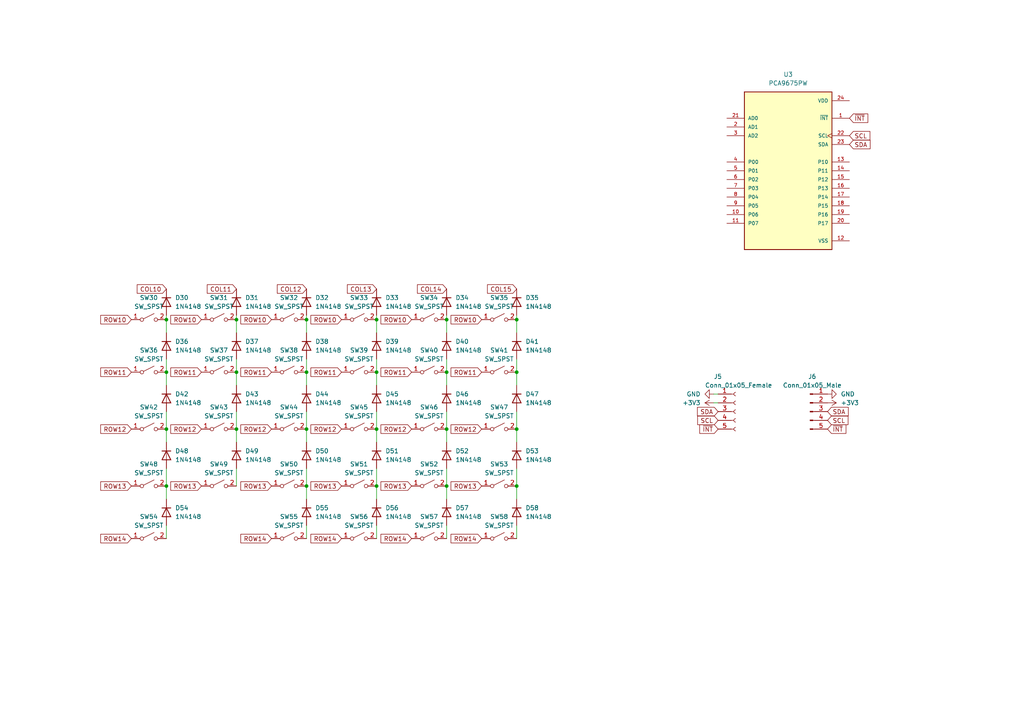
<source format=kicad_sch>
(kicad_sch (version 20211123) (generator eeschema)
  (paper "A4")
  (title_block (title "Denali - Right Keyboard") (date "2022-06-15") (rev "0.1") (company "OSHMount Tech"))
  (lib_symbols
    (symbol "Connector:Conn_01x05_Female" (pin_names (offset 1.016) hide)
      (property "Reference" "J" (at 0 7.62 0))
      (property "Value" "Conn_01x05_Female" (at 0 -7.62 0))
      (symbol "Conn_01x05_Female_1_1"
        (arc (start 0 -4.572) (mid -0.508 -5.08) (end 0 -5.588) (stroke (width 0.1524)))
        (arc (start 0 -2.032) (mid -0.508 -2.54) (end 0 -3.048) (stroke (width 0.1524)))
        (polyline (pts (xy -1.27 -5.08) (xy -0.508 -5.08)) (stroke (width 0.1524)))
        (polyline (pts (xy -1.27 -2.54) (xy -0.508 -2.54)) (stroke (width 0.1524)))
        (polyline (pts (xy -1.27 0) (xy -0.508 0)) (stroke (width 0.1524)))
        (polyline (pts (xy -1.27 2.54) (xy -0.508 2.54)) (stroke (width 0.1524)))
        (polyline (pts (xy -1.27 5.08) (xy -0.508 5.08)) (stroke (width 0.1524)))
        (arc (start 0 0.508) (mid -0.508 0) (end 0 -0.508) (stroke (width 0.1524)))
        (arc (start 0 3.048) (mid -0.508 2.54) (end 0 2.032) (stroke (width 0.1524)))
        (arc (start 0 5.588) (mid -0.508 5.08) (end 0 4.572) (stroke (width 0.1524)))
        (pin passive line (at -5.08 5.08 0) (length 3.81) (name "Pin_1") (number "1"))
        (pin passive line (at -5.08 2.54 0) (length 3.81) (name "Pin_2") (number "2"))
        (pin passive line (at -5.08 0 0) (length 3.81) (name "Pin_3") (number "3"))
        (pin passive line (at -5.08 -2.54 0) (length 3.81) (name "Pin_4") (number "4"))
        (pin passive line (at -5.08 -5.08 0) (length 3.81) (name "Pin_5") (number "5"))
      )
    )
    (symbol "Connector:Conn_01x05_Male" (pin_names (offset 1.016) hide)
      (property "Reference" "J" (at 0 7.62 0))
      (property "Value" "Conn_01x05_Male" (at 0 -7.62 0))
      (symbol "Conn_01x05_Male_1_1"
        (polyline (pts (xy 1.27 -5.08) (xy 0.8636 -5.08)) (stroke (width 0.1524)))
        (polyline (pts (xy 1.27 -2.54) (xy 0.8636 -2.54)) (stroke (width 0.1524)))
        (polyline (pts (xy 1.27 0) (xy 0.8636 0)) (stroke (width 0.1524)))
        (polyline (pts (xy 1.27 2.54) (xy 0.8636 2.54)) (stroke (width 0.1524)))
        (polyline (pts (xy 1.27 5.08) (xy 0.8636 5.08)) (stroke (width 0.1524)))
        (rectangle (start 0.8636 -4.953) (end 0 -5.207) (stroke (width 0.1524)) (fill (type outline)))
        (rectangle (start 0.8636 -2.413) (end 0 -2.667) (stroke (width 0.1524)) (fill (type outline)))
        (rectangle (start 0.8636 0.127) (end 0 -0.127) (stroke (width 0.1524)) (fill (type outline)))
        (rectangle (start 0.8636 2.667) (end 0 2.413) (stroke (width 0.1524)) (fill (type outline)))
        (rectangle (start 0.8636 5.207) (end 0 4.953) (stroke (width 0.1524)) (fill (type outline)))
        (pin passive line (at 5.08 5.08 180) (length 3.81) (name "Pin_1") (number "1"))
        (pin passive line (at 5.08 2.54 180) (length 3.81) (name "Pin_2") (number "2"))
        (pin passive line (at 5.08 0 180) (length 3.81) (name "Pin_3") (number "3"))
        (pin passive line (at 5.08 -2.54 180) (length 3.81) (name "Pin_4") (number "4"))
        (pin passive line (at 5.08 -5.08 180) (length 3.81) (name "Pin_5") (number "5"))
      )
    )
    (symbol "Diode:1N4148W" (pin_numbers hide) (pin_names (offset 1.016) hide)
      (property "Reference" "D" (at 0 2.54 0))
      (property "Value" "1N4148W" (at 0 -2.54 0))
      (symbol "1N4148W_0_1"
        (polyline (pts (xy -1.27 1.27) (xy -1.27 -1.27)) (stroke (width 0.254)))
        (polyline (pts (xy 1.27 0) (xy -1.27 0)))
        (polyline (pts (xy 1.27 1.27) (xy 1.27 -1.27) (xy -1.27 0) (xy 1.27 1.27)) (stroke (width 0.254)))
      )
      (symbol "1N4148W_1_1"
        (pin passive line (at -3.81 0 0) (length 2.54) (name "K") (number "1"))
        (pin passive line (at 3.81 0 180) (length 2.54) (name "A") (number "2"))
      )
    )
    (symbol "Kailh:SW_SPST" (pin_names (offset 0) hide)
      (property "Reference" "SW" (at 0 3.175 0))
      (property "Value" "SW_SPST" (at 0 -2.54 0))
      (symbol "SW_SPST_0_0"
        (circle (center -2.032 0) (radius 0.508))
        (polyline (pts (xy -1.524 0.254) (xy 1.524 1.778)))
        (circle (center 2.032 0) (radius 0.508))
      )
      (symbol "SW_SPST_1_1"
        (pin passive line (at -5.08 0 0) (length 2.54) (name "A") (number "1"))
        (pin passive line (at 5.08 0 180) (length 2.54) (name "B") (number "2"))
      )
    )
    (symbol "PCA9675PW_118:PCA9675PW" (pin_names (offset 1.016))
      (property "Reference" "U" (at -12.7 23.622 0))
      (property "Value" "PCA9675PW" (at -12.7 -25.4 0))
      (symbol "PCA9675PW_0_0"
        (rectangle (start -12.7 -22.86) (end 12.7 22.86) (stroke (width 0.254)) (fill (type background)))
        (pin output line (at 17.78 15.24 180) (length 5.08) (name "~{INT}") (number "1"))
        (pin bidirectional line (at -17.78 -12.7 0) (length 5.08) (name "P06") (number "10"))
        (pin bidirectional line (at -17.78 -15.24 0) (length 5.08) (name "P07") (number "11"))
        (pin power_in line (at 17.78 -20.32 180) (length 5.08) (name "VSS") (number "12"))
        (pin bidirectional line (at 17.78 2.54 180) (length 5.08) (name "P10") (number "13"))
        (pin bidirectional line (at 17.78 0 180) (length 5.08) (name "P11") (number "14"))
        (pin bidirectional line (at 17.78 -2.54 180) (length 5.08) (name "P12") (number "15"))
        (pin bidirectional line (at 17.78 -5.08 180) (length 5.08) (name "P13") (number "16"))
        (pin bidirectional line (at 17.78 -7.62 180) (length 5.08) (name "P14") (number "17"))
        (pin bidirectional line (at 17.78 -10.16 180) (length 5.08) (name "P15") (number "18"))
        (pin bidirectional line (at 17.78 -12.7 180) (length 5.08) (name "P16") (number "19"))
        (pin input line (at -17.78 12.7 0) (length 5.08) (name "AD1") (number "2"))
        (pin bidirectional line (at 17.78 -15.24 180) (length 5.08) (name "P17") (number "20"))
        (pin input line (at -17.78 15.24 0) (length 5.08) (name "AD0") (number "21"))
        (pin input clock (at 17.78 10.16 180) (length 5.08) (name "SCL") (number "22"))
        (pin bidirectional line (at 17.78 7.62 180) (length 5.08) (name "SDA") (number "23"))
        (pin power_in line (at 17.78 20.32 180) (length 5.08) (name "VDD") (number "24"))
        (pin input line (at -17.78 10.16 0) (length 5.08) (name "AD2") (number "3"))
        (pin bidirectional line (at -17.78 2.54 0) (length 5.08) (name "P00") (number "4"))
        (pin bidirectional line (at -17.78 0 0) (length 5.08) (name "P01") (number "5"))
        (pin bidirectional line (at -17.78 -2.54 0) (length 5.08) (name "P02") (number "6"))
        (pin bidirectional line (at -17.78 -5.08 0) (length 5.08) (name "P03") (number "7"))
        (pin bidirectional line (at -17.78 -7.62 0) (length 5.08) (name "P04") (number "8"))
        (pin bidirectional line (at -17.78 -10.16 0) (length 5.08) (name "P05") (number "9"))
      )
    )
    (symbol "SW_SPST_1" (pin_names (offset 0) hide)
      (property "Reference" "SW" (at 0 3.175 0))
      (property "Value" "SW_SPST_1" (at 0 -2.54 0))
      (symbol "SW_SPST_1_0_0"
        (circle (center -2.032 0) (radius 0.508))
        (polyline (pts (xy -1.524 0.254) (xy 1.524 1.778)))
        (circle (center 2.032 0) (radius 0.508))
      )
      (symbol "SW_SPST_1_1_1"
        (pin passive line (at -5.08 0 0) (length 2.54) (name "A") (number "1"))
        (pin passive line (at 5.08 0 180) (length 2.54) (name "B") (number "2"))
      )
    )
    (symbol "SW_SPST_10" (pin_names (offset 0) hide)
      (property "Reference" "SW" (at 0 3.175 0))
      (property "Value" "SW_SPST_10" (at 0 -2.54 0))
      (symbol "SW_SPST_10_0_0"
        (circle (center -2.032 0) (radius 0.508))
        (polyline (pts (xy -1.524 0.254) (xy 1.524 1.778)))
        (circle (center 2.032 0) (radius 0.508))
      )
      (symbol "SW_SPST_10_1_1"
        (pin passive line (at -5.08 0 0) (length 2.54) (name "A") (number "1"))
        (pin passive line (at 5.08 0 180) (length 2.54) (name "B") (number "2"))
      )
    )
    (symbol "SW_SPST_11" (pin_names (offset 0) hide)
      (property "Reference" "SW" (at 0 3.175 0))
      (property "Value" "SW_SPST_11" (at 0 -2.54 0))
      (symbol "SW_SPST_11_0_0"
        (circle (center -2.032 0) (radius 0.508))
        (polyline (pts (xy -1.524 0.254) (xy 1.524 1.778)))
        (circle (center 2.032 0) (radius 0.508))
      )
      (symbol "SW_SPST_11_1_1"
        (pin passive line (at -5.08 0 0) (length 2.54) (name "A") (number "1"))
        (pin passive line (at 5.08 0 180) (length 2.54) (name "B") (number "2"))
      )
    )
    (symbol "SW_SPST_12" (pin_names (offset 0) hide)
      (property "Reference" "SW" (at 0 3.175 0))
      (property "Value" "SW_SPST_12" (at 0 -2.54 0))
      (symbol "SW_SPST_12_0_0"
        (circle (center -2.032 0) (radius 0.508))
        (polyline (pts (xy -1.524 0.254) (xy 1.524 1.778)))
        (circle (center 2.032 0) (radius 0.508))
      )
      (symbol "SW_SPST_12_1_1"
        (pin passive line (at -5.08 0 0) (length 2.54) (name "A") (number "1"))
        (pin passive line (at 5.08 0 180) (length 2.54) (name "B") (number "2"))
      )
    )
    (symbol "SW_SPST_13" (pin_names (offset 0) hide)
      (property "Reference" "SW" (at 0 3.175 0))
      (property "Value" "SW_SPST_13" (at 0 -2.54 0))
      (symbol "SW_SPST_13_0_0"
        (circle (center -2.032 0) (radius 0.508))
        (polyline (pts (xy -1.524 0.254) (xy 1.524 1.778)))
        (circle (center 2.032 0) (radius 0.508))
      )
      (symbol "SW_SPST_13_1_1"
        (pin passive line (at -5.08 0 0) (length 2.54) (name "A") (number "1"))
        (pin passive line (at 5.08 0 180) (length 2.54) (name "B") (number "2"))
      )
    )
    (symbol "SW_SPST_14" (pin_names (offset 0) hide)
      (property "Reference" "SW" (at 0 3.175 0))
      (property "Value" "SW_SPST_14" (at 0 -2.54 0))
      (symbol "SW_SPST_14_0_0"
        (circle (center -2.032 0) (radius 0.508))
        (polyline (pts (xy -1.524 0.254) (xy 1.524 1.778)))
        (circle (center 2.032 0) (radius 0.508))
      )
      (symbol "SW_SPST_14_1_1"
        (pin passive line (at -5.08 0 0) (length 2.54) (name "A") (number "1"))
        (pin passive line (at 5.08 0 180) (length 2.54) (name "B") (number "2"))
      )
    )
    (symbol "SW_SPST_15" (pin_names (offset 0) hide)
      (property "Reference" "SW" (at 0 3.175 0))
      (property "Value" "SW_SPST_15" (at 0 -2.54 0))
      (symbol "SW_SPST_15_0_0"
        (circle (center -2.032 0) (radius 0.508))
        (polyline (pts (xy -1.524 0.254) (xy 1.524 1.778)))
        (circle (center 2.032 0) (radius 0.508))
      )
      (symbol "SW_SPST_15_1_1"
        (pin passive line (at -5.08 0 0) (length 2.54) (name "A") (number "1"))
        (pin passive line (at 5.08 0 180) (length 2.54) (name "B") (number "2"))
      )
    )
    (symbol "SW_SPST_16" (pin_names (offset 0) hide)
      (property "Reference" "SW" (at 0 3.175 0))
      (property "Value" "SW_SPST_16" (at 0 -2.54 0))
      (symbol "SW_SPST_16_0_0"
        (circle (center -2.032 0) (radius 0.508))
        (polyline (pts (xy -1.524 0.254) (xy 1.524 1.778)))
        (circle (center 2.032 0) (radius 0.508))
      )
      (symbol "SW_SPST_16_1_1"
        (pin passive line (at -5.08 0 0) (length 2.54) (name "A") (number "1"))
        (pin passive line (at 5.08 0 180) (length 2.54) (name "B") (number "2"))
      )
    )
    (symbol "SW_SPST_17" (pin_names (offset 0) hide)
      (property "Reference" "SW" (at 0 3.175 0))
      (property "Value" "SW_SPST_17" (at 0 -2.54 0))
      (symbol "SW_SPST_17_0_0"
        (circle (center -2.032 0) (radius 0.508))
        (polyline (pts (xy -1.524 0.254) (xy 1.524 1.778)))
        (circle (center 2.032 0) (radius 0.508))
      )
      (symbol "SW_SPST_17_1_1"
        (pin passive line (at -5.08 0 0) (length 2.54) (name "A") (number "1"))
        (pin passive line (at 5.08 0 180) (length 2.54) (name "B") (number "2"))
      )
    )
    (symbol "SW_SPST_18" (pin_names (offset 0) hide)
      (property "Reference" "SW" (at 0 3.175 0))
      (property "Value" "SW_SPST_18" (at 0 -2.54 0))
      (symbol "SW_SPST_18_0_0"
        (circle (center -2.032 0) (radius 0.508))
        (polyline (pts (xy -1.524 0.254) (xy 1.524 1.778)))
        (circle (center 2.032 0) (radius 0.508))
      )
      (symbol "SW_SPST_18_1_1"
        (pin passive line (at -5.08 0 0) (length 2.54) (name "A") (number "1"))
        (pin passive line (at 5.08 0 180) (length 2.54) (name "B") (number "2"))
      )
    )
    (symbol "SW_SPST_19" (pin_names (offset 0) hide)
      (property "Reference" "SW" (at 0 3.175 0))
      (property "Value" "SW_SPST_19" (at 0 -2.54 0))
      (symbol "SW_SPST_19_0_0"
        (circle (center -2.032 0) (radius 0.508))
        (polyline (pts (xy -1.524 0.254) (xy 1.524 1.778)))
        (circle (center 2.032 0) (radius 0.508))
      )
      (symbol "SW_SPST_19_1_1"
        (pin passive line (at -5.08 0 0) (length 2.54) (name "A") (number "1"))
        (pin passive line (at 5.08 0 180) (length 2.54) (name "B") (number "2"))
      )
    )
    (symbol "SW_SPST_2" (pin_names (offset 0) hide)
      (property "Reference" "SW" (at 0 3.175 0))
      (property "Value" "SW_SPST_2" (at 0 -2.54 0))
      (symbol "SW_SPST_2_0_0"
        (circle (center -2.032 0) (radius 0.508))
        (polyline (pts (xy -1.524 0.254) (xy 1.524 1.778)))
        (circle (center 2.032 0) (radius 0.508))
      )
      (symbol "SW_SPST_2_1_1"
        (pin passive line (at -5.08 0 0) (length 2.54) (name "A") (number "1"))
        (pin passive line (at 5.08 0 180) (length 2.54) (name "B") (number "2"))
      )
    )
    (symbol "SW_SPST_20" (pin_names (offset 0) hide)
      (property "Reference" "SW" (at 0 3.175 0))
      (property "Value" "SW_SPST_20" (at 0 -2.54 0))
      (symbol "SW_SPST_20_0_0"
        (circle (center -2.032 0) (radius 0.508))
        (polyline (pts (xy -1.524 0.254) (xy 1.524 1.778)))
        (circle (center 2.032 0) (radius 0.508))
      )
      (symbol "SW_SPST_20_1_1"
        (pin passive line (at -5.08 0 0) (length 2.54) (name "A") (number "1"))
        (pin passive line (at 5.08 0 180) (length 2.54) (name "B") (number "2"))
      )
    )
    (symbol "SW_SPST_21" (pin_names (offset 0) hide)
      (property "Reference" "SW" (at 0 3.175 0))
      (property "Value" "SW_SPST_21" (at 0 -2.54 0))
      (symbol "SW_SPST_21_0_0"
        (circle (center -2.032 0) (radius 0.508))
        (polyline (pts (xy -1.524 0.254) (xy 1.524 1.778)))
        (circle (center 2.032 0) (radius 0.508))
      )
      (symbol "SW_SPST_21_1_1"
        (pin passive line (at -5.08 0 0) (length 2.54) (name "A") (number "1"))
        (pin passive line (at 5.08 0 180) (length 2.54) (name "B") (number "2"))
      )
    )
    (symbol "SW_SPST_22" (pin_names (offset 0) hide)
      (property "Reference" "SW" (at 0 3.175 0))
      (property "Value" "SW_SPST_22" (at 0 -2.54 0))
      (symbol "SW_SPST_22_0_0"
        (circle (center -2.032 0) (radius 0.508))
        (polyline (pts (xy -1.524 0.254) (xy 1.524 1.778)))
        (circle (center 2.032 0) (radius 0.508))
      )
      (symbol "SW_SPST_22_1_1"
        (pin passive line (at -5.08 0 0) (length 2.54) (name "A") (number "1"))
        (pin passive line (at 5.08 0 180) (length 2.54) (name "B") (number "2"))
      )
    )
    (symbol "SW_SPST_23" (pin_names (offset 0) hide)
      (property "Reference" "SW" (at 0 3.175 0))
      (property "Value" "SW_SPST_23" (at 0 -2.54 0))
      (symbol "SW_SPST_23_0_0"
        (circle (center -2.032 0) (radius 0.508))
        (polyline (pts (xy -1.524 0.254) (xy 1.524 1.778)))
        (circle (center 2.032 0) (radius 0.508))
      )
      (symbol "SW_SPST_23_1_1"
        (pin passive line (at -5.08 0 0) (length 2.54) (name "A") (number "1"))
        (pin passive line (at 5.08 0 180) (length 2.54) (name "B") (number "2"))
      )
    )
    (symbol "SW_SPST_24" (pin_names (offset 0) hide)
      (property "Reference" "SW" (at 0 3.175 0))
      (property "Value" "SW_SPST_24" (at 0 -2.54 0))
      (symbol "SW_SPST_24_0_0"
        (circle (center -2.032 0) (radius 0.508))
        (polyline (pts (xy -1.524 0.254) (xy 1.524 1.778)))
        (circle (center 2.032 0) (radius 0.508))
      )
      (symbol "SW_SPST_24_1_1"
        (pin passive line (at -5.08 0 0) (length 2.54) (name "A") (number "1"))
        (pin passive line (at 5.08 0 180) (length 2.54) (name "B") (number "2"))
      )
    )
    (symbol "SW_SPST_25" (pin_names (offset 0) hide)
      (property "Reference" "SW" (at 0 3.175 0))
      (property "Value" "SW_SPST_25" (at 0 -2.54 0))
      (symbol "SW_SPST_25_0_0"
        (circle (center -2.032 0) (radius 0.508))
        (polyline (pts (xy -1.524 0.254) (xy 1.524 1.778)))
        (circle (center 2.032 0) (radius 0.508))
      )
      (symbol "SW_SPST_25_1_1"
        (pin passive line (at -5.08 0 0) (length 2.54) (name "A") (number "1"))
        (pin passive line (at 5.08 0 180) (length 2.54) (name "B") (number "2"))
      )
    )
    (symbol "SW_SPST_26" (pin_names (offset 0) hide)
      (property "Reference" "SW" (at 0 3.175 0))
      (property "Value" "SW_SPST_26" (at 0 -2.54 0))
      (symbol "SW_SPST_26_0_0"
        (circle (center -2.032 0) (radius 0.508))
        (polyline (pts (xy -1.524 0.254) (xy 1.524 1.778)))
        (circle (center 2.032 0) (radius 0.508))
      )
      (symbol "SW_SPST_26_1_1"
        (pin passive line (at -5.08 0 0) (length 2.54) (name "A") (number "1"))
        (pin passive line (at 5.08 0 180) (length 2.54) (name "B") (number "2"))
      )
    )
    (symbol "SW_SPST_27" (pin_names (offset 0) hide)
      (property "Reference" "SW" (at 0 3.175 0))
      (property "Value" "SW_SPST_27" (at 0 -2.54 0))
      (symbol "SW_SPST_27_0_0"
        (circle (center -2.032 0) (radius 0.508))
        (polyline (pts (xy -1.524 0.254) (xy 1.524 1.778)))
        (circle (center 2.032 0) (radius 0.508))
      )
      (symbol "SW_SPST_27_1_1"
        (pin passive line (at -5.08 0 0) (length 2.54) (name "A") (number "1"))
        (pin passive line (at 5.08 0 180) (length 2.54) (name "B") (number "2"))
      )
    )
    (symbol "SW_SPST_28" (pin_names (offset 0) hide)
      (property "Reference" "SW" (at 0 3.175 0))
      (property "Value" "SW_SPST_28" (at 0 -2.54 0))
      (symbol "SW_SPST_28_0_0"
        (circle (center -2.032 0) (radius 0.508))
        (polyline (pts (xy -1.524 0.254) (xy 1.524 1.778)))
        (circle (center 2.032 0) (radius 0.508))
      )
      (symbol "SW_SPST_28_1_1"
        (pin passive line (at -5.08 0 0) (length 2.54) (name "A") (number "1"))
        (pin passive line (at 5.08 0 180) (length 2.54) (name "B") (number "2"))
      )
    )
    (symbol "SW_SPST_3" (pin_names (offset 0) hide)
      (property "Reference" "SW" (at 0 3.175 0))
      (property "Value" "SW_SPST_3" (at 0 -2.54 0))
      (symbol "SW_SPST_3_0_0"
        (circle (center -2.032 0) (radius 0.508))
        (polyline (pts (xy -1.524 0.254) (xy 1.524 1.778)))
        (circle (center 2.032 0) (radius 0.508))
      )
      (symbol "SW_SPST_3_1_1"
        (pin passive line (at -5.08 0 0) (length 2.54) (name "A") (number "1"))
        (pin passive line (at 5.08 0 180) (length 2.54) (name "B") (number "2"))
      )
    )
    (symbol "SW_SPST_4" (pin_names (offset 0) hide)
      (property "Reference" "SW" (at 0 3.175 0))
      (property "Value" "SW_SPST_4" (at 0 -2.54 0))
      (symbol "SW_SPST_4_0_0"
        (circle (center -2.032 0) (radius 0.508))
        (polyline (pts (xy -1.524 0.254) (xy 1.524 1.778)))
        (circle (center 2.032 0) (radius 0.508))
      )
      (symbol "SW_SPST_4_1_1"
        (pin passive line (at -5.08 0 0) (length 2.54) (name "A") (number "1"))
        (pin passive line (at 5.08 0 180) (length 2.54) (name "B") (number "2"))
      )
    )
    (symbol "SW_SPST_5" (pin_names (offset 0) hide)
      (property "Reference" "SW" (at 0 3.175 0))
      (property "Value" "SW_SPST_5" (at 0 -2.54 0))
      (symbol "SW_SPST_5_0_0"
        (circle (center -2.032 0) (radius 0.508))
        (polyline (pts (xy -1.524 0.254) (xy 1.524 1.778)))
        (circle (center 2.032 0) (radius 0.508))
      )
      (symbol "SW_SPST_5_1_1"
        (pin passive line (at -5.08 0 0) (length 2.54) (name "A") (number "1"))
        (pin passive line (at 5.08 0 180) (length 2.54) (name "B") (number "2"))
      )
    )
    (symbol "SW_SPST_6" (pin_names (offset 0) hide)
      (property "Reference" "SW" (at 0 3.175 0))
      (property "Value" "SW_SPST_6" (at 0 -2.54 0))
      (symbol "SW_SPST_6_0_0"
        (circle (center -2.032 0) (radius 0.508))
        (polyline (pts (xy -1.524 0.254) (xy 1.524 1.778)))
        (circle (center 2.032 0) (radius 0.508))
      )
      (symbol "SW_SPST_6_1_1"
        (pin passive line (at -5.08 0 0) (length 2.54) (name "A") (number "1"))
        (pin passive line (at 5.08 0 180) (length 2.54) (name "B") (number "2"))
      )
    )
    (symbol "SW_SPST_7" (pin_names (offset 0) hide)
      (property "Reference" "SW" (at 0 3.175 0))
      (property "Value" "SW_SPST_7" (at 0 -2.54 0))
      (symbol "SW_SPST_7_0_0"
        (circle (center -2.032 0) (radius 0.508))
        (polyline (pts (xy -1.524 0.254) (xy 1.524 1.778)))
        (circle (center 2.032 0) (radius 0.508))
      )
      (symbol "SW_SPST_7_1_1"
        (pin passive line (at -5.08 0 0) (length 2.54) (name "A") (number "1"))
        (pin passive line (at 5.08 0 180) (length 2.54) (name "B") (number "2"))
      )
    )
    (symbol "SW_SPST_8" (pin_names (offset 0) hide)
      (property "Reference" "SW" (at 0 3.175 0))
      (property "Value" "SW_SPST_8" (at 0 -2.54 0))
      (symbol "SW_SPST_8_0_0"
        (circle (center -2.032 0) (radius 0.508))
        (polyline (pts (xy -1.524 0.254) (xy 1.524 1.778)))
        (circle (center 2.032 0) (radius 0.508))
      )
      (symbol "SW_SPST_8_1_1"
        (pin passive line (at -5.08 0 0) (length 2.54) (name "A") (number "1"))
        (pin passive line (at 5.08 0 180) (length 2.54) (name "B") (number "2"))
      )
    )
    (symbol "SW_SPST_9" (pin_names (offset 0) hide)
      (property "Reference" "SW" (at 0 3.175 0))
      (property "Value" "SW_SPST_9" (at 0 -2.54 0))
      (symbol "SW_SPST_9_0_0"
        (circle (center -2.032 0) (radius 0.508))
        (polyline (pts (xy -1.524 0.254) (xy 1.524 1.778)))
        (circle (center 2.032 0) (radius 0.508))
      )
      (symbol "SW_SPST_9_1_1"
        (pin passive line (at -5.08 0 0) (length 2.54) (name "A") (number "1"))
        (pin passive line (at 5.08 0 180) (length 2.54) (name "B") (number "2"))
      )
    )
    (symbol "power:+3.3V" (power) (pin_names (offset 0))
      (property "Value" "+3.3V" (at 0 3.556 0))
      (symbol "+3.3V_0_1"
        (polyline (pts (xy -0.762 1.27) (xy 0 2.54)))
        (polyline (pts (xy 0 0) (xy 0 2.54)))
        (polyline (pts (xy 0 2.54) (xy 0.762 1.27)))
      )
      (symbol "+3.3V_1_1"
        (pin power_in line (at 0 0 90) (length 0) hide (name "+3V3") (number "1"))
      )
    )
    (symbol "power:GND" (power) (pin_names (offset 0))
      (property "Value" "GND" (at 0 -3.81 0))
      (symbol "GND_0_1"
        (polyline (pts (xy 0 0) (xy 0 -1.27) (xy 1.27 -1.27) (xy 0 -2.54) (xy -1.27 -1.27) (xy 0 -1.27)))
      )
      (symbol "GND_1_1"
        (pin power_in line (at 0 0 270) (length 0) hide (name "GND") (number "1"))
      )
    )
  )
  (junction (at 88.9 92.71))
  (junction (at 48.26 107.95))
  (junction (at 149.86 124.46))
  (junction (at 149.86 107.95))
  (junction (at 129.54 107.95))
  (junction (at 129.54 140.97))
  (junction (at 68.58 107.95))
  (junction (at 48.26 92.71))
  (junction (at 88.9 124.46))
  (junction (at 88.9 107.95))
  (junction (at 48.26 124.46))
  (junction (at 129.54 124.46))
  (junction (at 109.22 107.95))
  (junction (at 109.22 92.71))
  (junction (at 68.58 92.71))
  (junction (at 149.86 140.97))
  (junction (at 48.26 140.97))
  (junction (at 149.86 92.71))
  (junction (at 129.54 92.71))
  (junction (at 109.22 124.46))
  (junction (at 88.9 140.97))
  (junction (at 68.58 124.46))
  (junction (at 109.22 140.97))
  (wire (pts (xy 109.22 91.44) (xy 109.22 92.71)))
  (wire (pts (xy 109.22 152.4) (xy 109.22 156.21)))
  (wire (pts (xy 68.58 96.52) (xy 68.58 92.71)))
  (wire (pts (xy 129.54 135.89) (xy 129.54 140.97)))
  (wire (pts (xy 109.22 140.97) (xy 109.22 144.78)))
  (wire (pts (xy 88.9 128.27) (xy 88.9 124.46)))
  (wire (pts (xy 129.54 128.27) (xy 129.54 124.46)))
  (wire (pts (xy 68.58 104.14) (xy 68.58 107.95)))
  (wire (pts (xy 109.22 111.76) (xy 109.22 107.95)))
  (wire (pts (xy 149.86 119.38) (xy 149.86 124.46)))
  (wire (pts (xy 48.26 144.78) (xy 48.26 140.97)))
  (wire (pts (xy 48.26 104.14) (xy 48.26 107.95)))
  (wire (pts (xy 48.26 128.27) (xy 48.26 124.46)))
  (wire (pts (xy 88.9 96.52) (xy 88.9 92.71)))
  (wire (pts (xy 129.54 152.4) (xy 129.54 156.21)))
  (wire (pts (xy 149.86 152.4) (xy 149.86 156.21)))
  (wire (pts (xy 149.86 111.76) (xy 149.86 107.95)))
  (wire (pts (xy 48.26 119.38) (xy 48.26 124.46)))
  (wire (pts (xy 109.22 128.27) (xy 109.22 124.46)))
  (wire (pts (xy 129.54 96.52) (xy 129.54 92.71)))
  (wire (pts (xy 129.54 104.14) (xy 129.54 107.95)))
  (wire (pts (xy 149.86 91.44) (xy 149.86 92.71)))
  (wire (pts (xy 88.9 111.76) (xy 88.9 107.95)))
  (wire (pts (xy 68.58 135.89) (xy 68.58 140.97)))
  (wire (pts (xy 68.58 111.76) (xy 68.58 107.95)))
  (wire (pts (xy 48.26 96.52) (xy 48.26 92.71)))
  (wire (pts (xy 68.58 91.44) (xy 68.58 92.71)))
  (wire (pts (xy 149.86 144.78) (xy 149.86 140.97)))
  (wire (pts (xy 149.86 128.27) (xy 149.86 124.46)))
  (wire (pts (xy 109.22 119.38) (xy 109.22 124.46)))
  (wire (pts (xy 88.9 104.14) (xy 88.9 107.95)))
  (wire (pts (xy 88.9 152.4) (xy 88.9 156.21)))
  (wire (pts (xy 149.86 135.89) (xy 149.86 140.97)))
  (wire (pts (xy 48.26 152.4) (xy 48.26 156.21)))
  (wire (pts (xy 88.9 119.38) (xy 88.9 124.46)))
  (wire (pts (xy 109.22 135.89) (xy 109.22 140.97)))
  (wire (pts (xy 129.54 91.44) (xy 129.54 92.71)))
  (wire (pts (xy 68.58 128.27) (xy 68.58 124.46)))
  (wire (pts (xy 88.9 135.89) (xy 88.9 140.97)))
  (wire (pts (xy 109.22 104.14) (xy 109.22 107.95)))
  (wire (pts (xy 48.26 111.76) (xy 48.26 107.95)))
  (wire (pts (xy 149.86 96.52) (xy 149.86 92.71)))
  (wire (pts (xy 129.54 140.97) (xy 129.54 144.78)))
  (wire (pts (xy 48.26 91.44) (xy 48.26 92.71)))
  (wire (pts (xy 88.9 91.44) (xy 88.9 92.71)))
  (wire (pts (xy 149.86 104.14) (xy 149.86 107.95)))
  (wire (pts (xy 208.28 116.84) (xy 207.01 116.84)))
  (wire (pts (xy 88.9 140.97) (xy 88.9 144.78)))
  (wire (pts (xy 208.28 114.3) (xy 207.01 114.3)))
  (wire (pts (xy 109.22 96.52) (xy 109.22 92.71)))
  (wire (pts (xy 129.54 119.38) (xy 129.54 124.46)))
  (wire (pts (xy 129.54 111.76) (xy 129.54 107.95)))
  (wire (pts (xy 48.26 135.89) (xy 48.26 140.97)))
  (wire (pts (xy 68.58 119.38) (xy 68.58 124.46)))
  (global_label "~{INT}" (shape input) (at 240.03 124.46 0) (property "Intersheet References" "${INTERSHEET_REFS}" (effects hide)))
  (global_label "ROW14" (shape input) (at 38.1 156.21 180) (property "Intersheet References" "${INTERSHEET_REFS}" (effects hide)))
  (global_label "ROW10" (shape input) (at 78.74 92.71 180) (property "Intersheet References" "${INTERSHEET_REFS}" (effects hide)))
  (global_label "COL15" (shape input) (at 149.86 83.82 180) (property "Intersheet References" "${INTERSHEET_REFS}" (effects hide)))
  (global_label "ROW10" (shape input) (at 99.06 92.71 180) (property "Intersheet References" "${INTERSHEET_REFS}" (effects hide)))
  (global_label "ROW11" (shape input) (at 119.38 107.95 180) (property "Intersheet References" "${INTERSHEET_REFS}" (effects hide)))
  (global_label "SDA" (shape input) (at 246.38 41.91 0) (property "Intersheet References" "${INTERSHEET_REFS}" (effects hide)))
  (global_label "ROW10" (shape input) (at 139.7 92.71 180) (property "Intersheet References" "${INTERSHEET_REFS}" (effects hide)))
  (global_label "ROW12" (shape input) (at 78.74 124.46 180) (property "Intersheet References" "${INTERSHEET_REFS}" (effects hide)))
  (global_label "ROW11" (shape input) (at 78.74 107.95 180) (property "Intersheet References" "${INTERSHEET_REFS}" (effects hide)))
  (global_label "ROW10" (shape input) (at 58.42 92.71 180) (property "Intersheet References" "${INTERSHEET_REFS}" (effects hide)))
  (global_label "ROW12" (shape input) (at 119.38 124.46 180) (property "Intersheet References" "${INTERSHEET_REFS}" (effects hide)))
  (global_label "SDA" (shape input) (at 240.03 119.38 0) (property "Intersheet References" "${INTERSHEET_REFS}" (effects hide)))
  (global_label "~{INT}" (shape input) (at 246.38 34.29 0) (property "Intersheet References" "${INTERSHEET_REFS}" (effects hide)))
  (global_label "ROW14" (shape input) (at 78.74 156.21 180) (property "Intersheet References" "${INTERSHEET_REFS}" (effects hide)))
  (global_label "~{INT}" (shape input) (at 208.28 124.46 180) (property "Intersheet References" "${INTERSHEET_REFS}" (effects hide)))
  (global_label "ROW11" (shape input) (at 58.42 107.95 180) (property "Intersheet References" "${INTERSHEET_REFS}" (effects hide)))
  (global_label "ROW11" (shape input) (at 139.7 107.95 180) (property "Intersheet References" "${INTERSHEET_REFS}" (effects hide)))
  (global_label "ROW14" (shape input) (at 139.7 156.21 180) (property "Intersheet References" "${INTERSHEET_REFS}" (effects hide)))
  (global_label "ROW13" (shape input) (at 119.38 140.97 180) (property "Intersheet References" "${INTERSHEET_REFS}" (effects hide)))
  (global_label "ROW12" (shape input) (at 38.1 124.46 180) (property "Intersheet References" "${INTERSHEET_REFS}" (effects hide)))
  (global_label "ROW12" (shape input) (at 99.06 124.46 180) (property "Intersheet References" "${INTERSHEET_REFS}" (effects hide)))
  (global_label "ROW11" (shape input) (at 99.06 107.95 180) (property "Intersheet References" "${INTERSHEET_REFS}" (effects hide)))
  (global_label "ROW10" (shape input) (at 38.1 92.71 180) (property "Intersheet References" "${INTERSHEET_REFS}" (effects hide)))
  (global_label "ROW13" (shape input) (at 38.1 140.97 180) (property "Intersheet References" "${INTERSHEET_REFS}" (effects hide)))
  (global_label "COL12" (shape input) (at 88.9 83.82 180) (property "Intersheet References" "${INTERSHEET_REFS}" (effects hide)))
  (global_label "ROW14" (shape input) (at 99.06 156.21 180) (property "Intersheet References" "${INTERSHEET_REFS}" (effects hide)))
  (global_label "COL10" (shape input) (at 48.26 83.82 180) (property "Intersheet References" "${INTERSHEET_REFS}" (effects hide)))
  (global_label "ROW11" (shape input) (at 38.1 107.95 180) (property "Intersheet References" "${INTERSHEET_REFS}" (effects hide)))
  (global_label "ROW13" (shape input) (at 99.06 140.97 180) (property "Intersheet References" "${INTERSHEET_REFS}" (effects hide)))
  (global_label "SCL" (shape input) (at 240.03 121.92 0) (property "Intersheet References" "${INTERSHEET_REFS}" (effects hide)))
  (global_label "SDA" (shape input) (at 208.28 119.38 180) (property "Intersheet References" "${INTERSHEET_REFS}" (effects hide)))
  (global_label "ROW13" (shape input) (at 139.7 140.97 180) (property "Intersheet References" "${INTERSHEET_REFS}" (effects hide)))
  (global_label "ROW13" (shape input) (at 58.42 140.97 180) (property "Intersheet References" "${INTERSHEET_REFS}" (effects hide)))
  (global_label "ROW14" (shape input) (at 119.38 156.21 180) (property "Intersheet References" "${INTERSHEET_REFS}" (effects hide)))
  (global_label "SCL" (shape input) (at 246.38 39.37 0) (property "Intersheet References" "${INTERSHEET_REFS}" (effects hide)))
  (global_label "SCL" (shape input) (at 208.28 121.92 180) (property "Intersheet References" "${INTERSHEET_REFS}" (effects hide)))
  (global_label "ROW10" (shape input) (at 119.38 92.71 180) (property "Intersheet References" "${INTERSHEET_REFS}" (effects hide)))
  (global_label "COL11" (shape input) (at 68.58 83.82 180) (property "Intersheet References" "${INTERSHEET_REFS}" (effects hide)))
  (global_label "COL13" (shape input) (at 109.22 83.82 180) (property "Intersheet References" "${INTERSHEET_REFS}" (effects hide)))
  (global_label "COL14" (shape input) (at 129.54 83.82 180) (property "Intersheet References" "${INTERSHEET_REFS}" (effects hide)))
  (global_label "ROW12" (shape input) (at 139.7 124.46 180) (property "Intersheet References" "${INTERSHEET_REFS}" (effects hide)))
  (global_label "ROW12" (shape input) (at 58.42 124.46 180) (property "Intersheet References" "${INTERSHEET_REFS}" (effects hide)))
  (global_label "ROW13" (shape input) (at 78.74 140.97 180) (property "Intersheet References" "${INTERSHEET_REFS}" (effects hide)))
  (symbol (lib_name "SW_SPST_6") (lib_id "Kailh:SW_SPST") (at 144.78 140.97 0) (unit 1)
    (property "Reference" "SW53" (at 144.78 134.62 0))
    (property "Value" "SW_SPST" (at 144.78 137.16 0))
    (property "Footprint" "Kailh:Kailh_socket_MX" (effects hide))
    (property "Datasheet" "${OSHMOUNT_LIBRARY}/Kailh/Kailh_Polia_datasheet.pdf" (effects hide))
  )
  (symbol (lib_id "Diode:1N4148W") (at 68.58 100.33 270) (unit 1)
    (property "Reference" "D37" (at 71.12 99.0599 90) (effects (justify left)))
    (property "Value" "1N4148" (at 71.12 101.5999 90) (effects (justify left)))
    (property "Footprint" "Diode_SMD:D_SOD-123" (effects hide))
    (property "Datasheet" "https://www.vishay.com/docs/85748/1n4148w.pdf" (effects hide))
  )
  (symbol (lib_name "SW_SPST_11") (lib_id "Kailh:SW_SPST") (at 144.78 124.46 0) (unit 1)
    (property "Reference" "SW47" (at 144.78 118.11 0))
    (property "Value" "SW_SPST" (at 144.78 120.65 0))
    (property "Footprint" "Kailh:Kailh_socket_MX" (effects hide))
    (property "Datasheet" "${OSHMOUNT_LIBRARY}/Kailh/Kailh_Polia_datasheet.pdf" (effects hide))
  )
  (symbol (lib_id "PCA9675PW_118:PCA9675PW") (at 228.6 49.53 0) (unit 1)
    (property "Reference" "U3" (at 228.6 21.59 0))
    (property "Value" "PCA9675PW" (at 228.6 24.13 0))
    (property "Footprint" "PCA9675PW:SOP65P640X110-24N" (effects hide))
    (property "Datasheet" "${OSHMOUNT_LIBRARY}/PCA9675PW/datasheet.pdf" (effects hide))
    (property "E1_NOM" "4.4" (effects hide))
    (property "STANDARD" "IPC 7351B" (effects hide))
    (property "B_NOM" "0.245" (effects hide))
    (property "A1_MIN" "0.05" (effects hide))
    (property "D_MAX" "7.9" (effects hide))
    (property "D_MIN" "7.7" (effects hide))
    (property "E_MIN" "6.2" (effects hide))
    (property "E1_MIN" "4.3" (effects hide))
    (property "MANUFACTURER" "NXP" (effects hide))
    (property "E1_MAX" "4.5" (effects hide))
    (property "B_MAX" "0.3" (effects hide))
    (property "A_NOM" "1.1" (effects hide))
    (property "PARTREV" "Rev. 2 — 3 October 2011" (effects hide))
    (property "A_MIN" "1.1" (effects hide))
    (property "B_MIN" "0.19" (effects hide))
    (property "PIN_COUNT" "24.0" (effects hide))
    (property "D_NOM" "7.8" (effects hide))
    (property "E_MAX" "6.6" (effects hide))
    (property "A_MAX" "1.1" (effects hide))
    (property "L_MIN" "0.5" (effects hide))
    (property "D2_MAX" "0.0" (effects hide))
    (property "E2_MAX" "0.0" (effects hide))
    (property "L_NOM" "0.625" (effects hide))
    (property "ENOM" "0.65" (effects hide))
    (property "E_NOM" "6.4" (effects hide))
    (property "L_MAX" "0.75" (effects hide))
  )
  (symbol (lib_id "power:+3.3V") (at 207.01 116.84 90) (unit 1)
    (property "Reference" "#PWR0107" (effects hide))
    (property "Value" "+3.3V" (at 203.2 116.8399 90) (effects (justify left)))
  )
  (symbol (lib_name "SW_SPST_12") (lib_id "Kailh:SW_SPST") (at 43.18 107.95 0) (unit 1)
    (property "Reference" "SW36" (at 43.18 101.6 0))
    (property "Value" "SW_SPST" (at 43.18 104.14 0))
    (property "Footprint" "Kailh:Kailh_socket_MX" (effects hide))
    (property "Datasheet" "${OSHMOUNT_LIBRARY}/Kailh/Kailh_Polia_datasheet.pdf" (effects hide))
  )
  (symbol (lib_id "Diode:1N4148W") (at 109.22 87.63 270) (unit 1)
    (property "Reference" "D33" (at 111.76 86.3599 90) (effects (justify left)))
    (property "Value" "1N4148" (at 111.76 88.8999 90) (effects (justify left)))
    (property "Footprint" "Diode_SMD:D_SOD-123" (effects hide))
    (property "Datasheet" "https://www.vishay.com/docs/85748/1n4148w.pdf" (effects hide))
  )
  (symbol (lib_id "Diode:1N4148W") (at 88.9 115.57 270) (unit 1)
    (property "Reference" "D44" (at 91.44 114.2999 90) (effects (justify left)))
    (property "Value" "1N4148" (at 91.44 116.8399 90) (effects (justify left)))
    (property "Footprint" "Diode_SMD:D_SOD-123" (effects hide))
    (property "Datasheet" "https://www.vishay.com/docs/85748/1n4148w.pdf" (effects hide))
  )
  (symbol (lib_name "SW_SPST_9") (lib_id "Kailh:SW_SPST") (at 124.46 156.21 0) (unit 1)
    (property "Reference" "SW57" (at 124.46 149.86 0))
    (property "Value" "SW_SPST" (at 124.46 152.4 0))
    (property "Footprint" "Kailh:Kailh_socket_MX" (effects hide))
    (property "Datasheet" "${OSHMOUNT_LIBRARY}/Kailh/Kailh_Polia_datasheet.pdf" (effects hide))
  )
  (symbol (lib_name "SW_SPST_5") (lib_id "Kailh:SW_SPST") (at 43.18 124.46 0) (unit 1)
    (property "Reference" "SW42" (at 43.18 118.11 0))
    (property "Value" "SW_SPST" (at 43.18 120.65 0))
    (property "Footprint" "Kailh:Kailh_socket_MX" (effects hide))
    (property "Datasheet" "${OSHMOUNT_LIBRARY}/Kailh/Kailh_Polia_datasheet.pdf" (effects hide))
  )
  (symbol (lib_name "SW_SPST_16") (lib_id "Kailh:SW_SPST") (at 63.5 92.71 0) (unit 1)
    (property "Reference" "SW31" (at 63.5 86.36 0))
    (property "Value" "SW_SPST" (at 63.5 88.9 0))
    (property "Footprint" "Kailh:Kailh_socket_MX" (effects hide))
    (property "Datasheet" "${OSHMOUNT_LIBRARY}/Kailh/Kailh_Polia_datasheet.pdf" (effects hide))
  )
  (symbol (lib_name "SW_SPST_22") (lib_id "Kailh:SW_SPST") (at 104.14 92.71 0) (unit 1)
    (property "Reference" "SW33" (at 104.14 86.36 0))
    (property "Value" "SW_SPST" (at 104.14 88.9 0))
    (property "Footprint" "Kailh:Kailh_socket_MX" (effects hide))
    (property "Datasheet" "${OSHMOUNT_LIBRARY}/Kailh/Kailh_Polia_datasheet.pdf" (effects hide))
  )
  (symbol (lib_name "SW_SPST_15") (lib_id "Kailh:SW_SPST") (at 83.82 107.95 0) (unit 1)
    (property "Reference" "SW38" (at 83.82 101.6 0))
    (property "Value" "SW_SPST" (at 83.82 104.14 0))
    (property "Footprint" "Kailh:Kailh_socket_MX" (effects hide))
    (property "Datasheet" "${OSHMOUNT_LIBRARY}/Kailh/Kailh_Polia_datasheet.pdf" (effects hide))
  )
  (symbol (lib_id "Diode:1N4148W") (at 129.54 148.59 270) (unit 1)
    (property "Reference" "D57" (at 132.08 147.3199 90) (effects (justify left)))
    (property "Value" "1N4148" (at 132.08 149.8599 90) (effects (justify left)))
    (property "Footprint" "Diode_SMD:D_SOD-123" (effects hide))
    (property "Datasheet" "https://www.vishay.com/docs/85748/1n4148w.pdf" (effects hide))
  )
  (symbol (lib_name "SW_SPST_21") (lib_id "Kailh:SW_SPST") (at 104.14 124.46 0) (unit 1)
    (property "Reference" "SW45" (at 104.14 118.11 0))
    (property "Value" "SW_SPST" (at 104.14 120.65 0))
    (property "Footprint" "Kailh:Kailh_socket_MX" (effects hide))
    (property "Datasheet" "${OSHMOUNT_LIBRARY}/Kailh/Kailh_Polia_datasheet.pdf" (effects hide))
  )
  (symbol (lib_name "SW_SPST_2") (lib_id "Kailh:SW_SPST") (at 43.18 140.97 0) (unit 1)
    (property "Reference" "SW48" (at 43.18 134.62 0))
    (property "Value" "SW_SPST" (at 43.18 137.16 0))
    (property "Footprint" "Kailh:Kailh_socket_MX" (effects hide))
    (property "Datasheet" "${OSHMOUNT_LIBRARY}/Kailh/Kailh_Polia_datasheet.pdf" (effects hide))
  )
  (symbol (lib_id "Diode:1N4148W") (at 88.9 100.33 270) (unit 1)
    (property "Reference" "D38" (at 91.44 99.0599 90) (effects (justify left)))
    (property "Value" "1N4148" (at 91.44 101.5999 90) (effects (justify left)))
    (property "Footprint" "Diode_SMD:D_SOD-123" (effects hide))
    (property "Datasheet" "https://www.vishay.com/docs/85748/1n4148w.pdf" (effects hide))
  )
  (symbol (lib_name "SW_SPST_1") (lib_id "Kailh:SW_SPST") (at 83.82 156.21 0) (unit 1)
    (property "Reference" "SW55" (at 83.82 149.86 0))
    (property "Value" "SW_SPST" (at 83.82 152.4 0))
    (property "Footprint" "Kailh:Kailh_socket_MX" (effects hide))
    (property "Datasheet" "${OSHMOUNT_LIBRARY}/Kailh/Kailh_Polia_datasheet.pdf" (effects hide))
  )
  (symbol (lib_name "SW_SPST_24") (lib_id "Kailh:SW_SPST") (at 104.14 156.21 0) (unit 1)
    (property "Reference" "SW56" (at 104.14 149.86 0))
    (property "Value" "SW_SPST" (at 104.14 152.4 0))
    (property "Footprint" "Kailh:Kailh_socket_MX" (effects hide))
    (property "Datasheet" "${OSHMOUNT_LIBRARY}/Kailh/Kailh_Polia_datasheet.pdf" (effects hide))
  )
  (symbol (lib_id "Diode:1N4148W") (at 129.54 115.57 270) (unit 1)
    (property "Reference" "D46" (at 132.08 114.2999 90) (effects (justify left)))
    (property "Value" "1N4148" (at 132.08 116.8399 90) (effects (justify left)))
    (property "Footprint" "Diode_SMD:D_SOD-123" (effects hide))
    (property "Datasheet" "https://www.vishay.com/docs/85748/1n4148w.pdf" (effects hide))
  )
  (symbol (lib_id "Diode:1N4148W") (at 88.9 87.63 270) (unit 1)
    (property "Reference" "D32" (at 91.44 86.3599 90) (effects (justify left)))
    (property "Value" "1N4148" (at 91.44 88.8999 90) (effects (justify left)))
    (property "Footprint" "Diode_SMD:D_SOD-123" (effects hide))
    (property "Datasheet" "https://www.vishay.com/docs/85748/1n4148w.pdf" (effects hide))
  )
  (symbol (lib_name "SW_SPST_14") (lib_id "Kailh:SW_SPST") (at 63.5 107.95 0) (unit 1)
    (property "Reference" "SW37" (at 63.5 101.6 0))
    (property "Value" "SW_SPST" (at 63.5 104.14 0))
    (property "Footprint" "Kailh:Kailh_socket_MX" (effects hide))
    (property "Datasheet" "${OSHMOUNT_LIBRARY}/Kailh/Kailh_Polia_datasheet.pdf" (effects hide))
  )
  (symbol (lib_name "SW_SPST_28") (lib_id "Kailh:SW_SPST") (at 144.78 107.95 0) (unit 1)
    (property "Reference" "SW41" (at 144.78 101.6 0))
    (property "Value" "SW_SPST" (at 144.78 104.14 0))
    (property "Footprint" "Kailh:Kailh_socket_MX" (effects hide))
    (property "Datasheet" "${OSHMOUNT_LIBRARY}/Kailh/Kailh_Polia_datasheet.pdf" (effects hide))
  )
  (symbol (lib_id "Diode:1N4148W") (at 48.26 132.08 270) (unit 1)
    (property "Reference" "D48" (at 50.8 130.8099 90) (effects (justify left)))
    (property "Value" "1N4148" (at 50.8 133.3499 90) (effects (justify left)))
    (property "Footprint" "Diode_SMD:D_SOD-123" (effects hide))
    (property "Datasheet" "https://www.vishay.com/docs/85748/1n4148w.pdf" (effects hide))
  )
  (symbol (lib_name "SW_SPST_7") (lib_id "Kailh:SW_SPST") (at 104.14 140.97 0) (unit 1)
    (property "Reference" "SW51" (at 104.14 134.62 0))
    (property "Value" "SW_SPST" (at 104.14 137.16 0))
    (property "Footprint" "Kailh:Kailh_socket_MX" (effects hide))
    (property "Datasheet" "${OSHMOUNT_LIBRARY}/Kailh/Kailh_Polia_datasheet.pdf" (effects hide))
  )
  (symbol (lib_id "Diode:1N4148W") (at 88.9 132.08 270) (unit 1)
    (property "Reference" "D50" (at 91.44 130.8099 90) (effects (justify left)))
    (property "Value" "1N4148" (at 91.44 133.3499 90) (effects (justify left)))
    (property "Footprint" "Diode_SMD:D_SOD-123" (effects hide))
    (property "Datasheet" "https://www.vishay.com/docs/85748/1n4148w.pdf" (effects hide))
  )
  (symbol (lib_id "Diode:1N4148W") (at 48.26 100.33 270) (unit 1)
    (property "Reference" "D36" (at 50.8 99.0599 90) (effects (justify left)))
    (property "Value" "1N4148" (at 50.8 101.5999 90) (effects (justify left)))
    (property "Footprint" "Diode_SMD:D_SOD-123" (effects hide))
    (property "Datasheet" "https://www.vishay.com/docs/85748/1n4148w.pdf" (effects hide))
  )
  (symbol (lib_id "Diode:1N4148W") (at 129.54 100.33 270) (unit 1)
    (property "Reference" "D40" (at 132.08 99.0599 90) (effects (justify left)))
    (property "Value" "1N4148" (at 132.08 101.5999 90) (effects (justify left)))
    (property "Footprint" "Diode_SMD:D_SOD-123" (effects hide))
    (property "Datasheet" "https://www.vishay.com/docs/85748/1n4148w.pdf" (effects hide))
  )
  (symbol (lib_id "Diode:1N4148W") (at 129.54 87.63 270) (unit 1)
    (property "Reference" "D34" (at 132.08 86.3599 90) (effects (justify left)))
    (property "Value" "1N4148" (at 132.08 88.8999 90) (effects (justify left)))
    (property "Footprint" "Diode_SMD:D_SOD-123" (effects hide))
    (property "Datasheet" "https://www.vishay.com/docs/85748/1n4148w.pdf" (effects hide))
  )
  (symbol (lib_id "Diode:1N4148W") (at 48.26 115.57 270) (unit 1)
    (property "Reference" "D42" (at 50.8 114.2999 90) (effects (justify left)))
    (property "Value" "1N4148" (at 50.8 116.8399 90) (effects (justify left)))
    (property "Footprint" "Diode_SMD:D_SOD-123" (effects hide))
    (property "Datasheet" "https://www.vishay.com/docs/85748/1n4148w.pdf" (effects hide))
  )
  (symbol (lib_id "Diode:1N4148W") (at 109.22 115.57 270) (unit 1)
    (property "Reference" "D45" (at 111.76 114.2999 90) (effects (justify left)))
    (property "Value" "1N4148" (at 111.76 116.8399 90) (effects (justify left)))
    (property "Footprint" "Diode_SMD:D_SOD-123" (effects hide))
    (property "Datasheet" "https://www.vishay.com/docs/85748/1n4148w.pdf" (effects hide))
  )
  (symbol (lib_id "Diode:1N4148W") (at 68.58 115.57 270) (unit 1)
    (property "Reference" "D43" (at 71.12 114.2999 90) (effects (justify left)))
    (property "Value" "1N4148" (at 71.12 116.8399 90) (effects (justify left)))
    (property "Footprint" "Diode_SMD:D_SOD-123" (effects hide))
    (property "Datasheet" "https://www.vishay.com/docs/85748/1n4148w.pdf" (effects hide))
  )
  (symbol (lib_name "SW_SPST_3") (lib_id "Kailh:SW_SPST") (at 63.5 140.97 0) (unit 1)
    (property "Reference" "SW49" (at 63.5 134.62 0))
    (property "Value" "SW_SPST" (at 63.5 137.16 0))
    (property "Footprint" "Kailh:Kailh_socket_MX" (effects hide))
    (property "Datasheet" "${OSHMOUNT_LIBRARY}/Kailh/Kailh_Polia_datasheet.pdf" (effects hide))
  )
  (symbol (lib_name "SW_SPST_25") (lib_id "Kailh:SW_SPST") (at 83.82 124.46 0) (unit 1)
    (property "Reference" "SW44" (at 83.82 118.11 0))
    (property "Value" "SW_SPST" (at 83.82 120.65 0))
    (property "Footprint" "Kailh:Kailh_socket_MX" (effects hide))
    (property "Datasheet" "${OSHMOUNT_LIBRARY}/Kailh/Kailh_Polia_datasheet.pdf" (effects hide))
  )
  (symbol (lib_name "SW_SPST_13") (lib_id "Kailh:SW_SPST") (at 43.18 92.71 0) (unit 1)
    (property "Reference" "SW30" (at 43.18 86.36 0))
    (property "Value" "SW_SPST" (at 43.18 88.9 0))
    (property "Footprint" "Kailh:Kailh_socket_MX" (effects hide))
    (property "Datasheet" "${OSHMOUNT_LIBRARY}/Kailh/Kailh_Polia_datasheet.pdf" (effects hide))
  )
  (symbol (lib_id "Connector:Conn_01x05_Female") (at 213.36 119.38 0) (unit 1)
    (property "Reference" "J5" (at 207.01 109.22 0) (effects (justify left)))
    (property "Value" "Conn_01x05_Female" (at 204.47 111.76 0) (effects (justify left)))
    (property "Footprint" "Connector_PinHeader_2.54mm:PinHeader_1x05_P2.54mm_Vertical" (effects hide))
  )
  (symbol (lib_name "SW_SPST_10") (lib_id "Kailh:SW_SPST") (at 124.46 140.97 0) (unit 1)
    (property "Reference" "SW52" (at 124.46 134.62 0))
    (property "Value" "SW_SPST" (at 124.46 137.16 0))
    (property "Footprint" "Kailh:Kailh_socket_MX" (effects hide))
    (property "Datasheet" "${OSHMOUNT_LIBRARY}/Kailh/Kailh_Polia_datasheet.pdf" (effects hide))
  )
  (symbol (lib_name "SW_SPST_18") (lib_id "Kailh:SW_SPST") (at 124.46 107.95 0) (unit 1)
    (property "Reference" "SW40" (at 124.46 101.6 0))
    (property "Value" "SW_SPST" (at 124.46 104.14 0))
    (property "Footprint" "Kailh:Kailh_socket_MX" (effects hide))
    (property "Datasheet" "${OSHMOUNT_LIBRARY}/Kailh/Kailh_Polia_datasheet.pdf" (effects hide))
  )
  (symbol (lib_name "SW_SPST_26") (lib_id "Kailh:SW_SPST") (at 63.5 124.46 0) (unit 1)
    (property "Reference" "SW43" (at 63.5 118.11 0))
    (property "Value" "SW_SPST" (at 63.5 120.65 0))
    (property "Footprint" "Kailh:Kailh_socket_MX" (effects hide))
    (property "Datasheet" "${OSHMOUNT_LIBRARY}/Kailh/Kailh_Polia_datasheet.pdf" (effects hide))
  )
  (symbol (lib_id "power:GND") (at 240.03 114.3 90) (mirror x) (unit 1)
    (property "Reference" "#PWR0109" (effects hide))
    (property "Value" "GND" (at 243.84 114.2999 90) (effects (justify right)))
  )
  (symbol (lib_id "Diode:1N4148W") (at 109.22 132.08 270) (unit 1)
    (property "Reference" "D51" (at 111.76 130.8099 90) (effects (justify left)))
    (property "Value" "1N4148" (at 111.76 133.3499 90) (effects (justify left)))
    (property "Footprint" "Diode_SMD:D_SOD-123" (effects hide))
    (property "Datasheet" "https://www.vishay.com/docs/85748/1n4148w.pdf" (effects hide))
  )
  (symbol (lib_id "Kailh:SW_SPST") (at 124.46 92.71 0) (unit 1)
    (property "Reference" "SW34" (at 124.46 86.36 0))
    (property "Value" "SW_SPST" (at 124.46 88.9 0))
    (property "Footprint" "Kailh:Kailh_socket_MX" (effects hide))
    (property "Datasheet" "${OSHMOUNT_LIBRARY}/Kailh/Kailh_Polia_datasheet.pdf" (effects hide))
  )
  (symbol (lib_name "SW_SPST_17") (lib_id "Kailh:SW_SPST") (at 83.82 92.71 0) (unit 1)
    (property "Reference" "SW32" (at 83.82 86.36 0))
    (property "Value" "SW_SPST" (at 83.82 88.9 0))
    (property "Footprint" "Kailh:Kailh_socket_MX" (effects hide))
    (property "Datasheet" "${OSHMOUNT_LIBRARY}/Kailh/Kailh_Polia_datasheet.pdf" (effects hide))
  )
  (symbol (lib_name "SW_SPST_8") (lib_id "Kailh:SW_SPST") (at 144.78 156.21 0) (unit 1)
    (property "Reference" "SW58" (at 144.78 149.86 0))
    (property "Value" "SW_SPST" (at 144.78 152.4 0))
    (property "Footprint" "Kailh:Kailh_socket_MX" (effects hide))
    (property "Datasheet" "${OSHMOUNT_LIBRARY}/Kailh/Kailh_Polia_datasheet.pdf" (effects hide))
  )
  (symbol (lib_id "Diode:1N4148W") (at 48.26 87.63 270) (unit 1)
    (property "Reference" "D30" (at 50.8 86.3599 90) (effects (justify left)))
    (property "Value" "1N4148" (at 50.8 88.8999 90) (effects (justify left)))
    (property "Footprint" "Diode_SMD:D_SOD-123" (effects hide))
    (property "Datasheet" "https://www.vishay.com/docs/85748/1n4148w.pdf" (effects hide))
  )
  (symbol (lib_id "power:GND") (at 207.01 114.3 270) (unit 1)
    (property "Reference" "#PWR0108" (effects hide))
    (property "Value" "GND" (at 203.2 114.2999 90) (effects (justify right)))
  )
  (symbol (lib_id "Diode:1N4148W") (at 109.22 100.33 270) (unit 1)
    (property "Reference" "D39" (at 111.76 99.0599 90) (effects (justify left)))
    (property "Value" "1N4148" (at 111.76 101.5999 90) (effects (justify left)))
    (property "Footprint" "Diode_SMD:D_SOD-123" (effects hide))
    (property "Datasheet" "https://www.vishay.com/docs/85748/1n4148w.pdf" (effects hide))
  )
  (symbol (lib_name "SW_SPST_23") (lib_id "Kailh:SW_SPST") (at 83.82 140.97 0) (unit 1)
    (property "Reference" "SW50" (at 83.82 134.62 0))
    (property "Value" "SW_SPST" (at 83.82 137.16 0))
    (property "Footprint" "Kailh:Kailh_socket_MX" (effects hide))
    (property "Datasheet" "${OSHMOUNT_LIBRARY}/Kailh/Kailh_Polia_datasheet.pdf" (effects hide))
  )
  (symbol (lib_name "SW_SPST_4") (lib_id "Kailh:SW_SPST") (at 43.18 156.21 0) (unit 1)
    (property "Reference" "SW54" (at 43.18 149.86 0))
    (property "Value" "SW_SPST" (at 43.18 152.4 0))
    (property "Footprint" "Kailh:Kailh_socket_MX" (effects hide))
    (property "Datasheet" "${OSHMOUNT_LIBRARY}/Kailh/Kailh_Polia_datasheet.pdf" (effects hide))
  )
  (symbol (lib_id "Connector:Conn_01x05_Male") (at 234.95 119.38 0) (unit 1)
    (property "Reference" "J6" (at 235.585 109.22 0))
    (property "Value" "Conn_01x05_Male" (at 235.585 111.76 0))
    (property "Footprint" "Connector_PinHeader_2.54mm:PinHeader_1x05_P2.54mm_Vertical" (effects hide))
  )
  (symbol (lib_id "Diode:1N4148W") (at 48.26 148.59 270) (unit 1)
    (property "Reference" "D54" (at 50.8 147.3199 90) (effects (justify left)))
    (property "Value" "1N4148" (at 50.8 149.8599 90) (effects (justify left)))
    (property "Footprint" "Diode_SMD:D_SOD-123" (effects hide))
    (property "Datasheet" "https://www.vishay.com/docs/85748/1n4148w.pdf" (effects hide))
  )
  (symbol (lib_id "Diode:1N4148W") (at 149.86 100.33 270) (unit 1)
    (property "Reference" "D41" (at 152.4 99.0599 90) (effects (justify left)))
    (property "Value" "1N4148" (at 152.4 101.5999 90) (effects (justify left)))
    (property "Footprint" "Diode_SMD:D_SOD-123" (effects hide))
    (property "Datasheet" "https://www.vishay.com/docs/85748/1n4148w.pdf" (effects hide))
  )
  (symbol (lib_id "Diode:1N4148W") (at 88.9 148.59 270) (unit 1)
    (property "Reference" "D55" (at 91.44 147.3199 90) (effects (justify left)))
    (property "Value" "1N4148" (at 91.44 149.8599 90) (effects (justify left)))
    (property "Footprint" "Diode_SMD:D_SOD-123" (effects hide))
    (property "Datasheet" "https://www.vishay.com/docs/85748/1n4148w.pdf" (effects hide))
  )
  (symbol (lib_id "Diode:1N4148W") (at 109.22 148.59 270) (unit 1)
    (property "Reference" "D56" (at 111.76 147.3199 90) (effects (justify left)))
    (property "Value" "1N4148" (at 111.76 149.8599 90) (effects (justify left)))
    (property "Footprint" "Diode_SMD:D_SOD-123" (effects hide))
    (property "Datasheet" "https://www.vishay.com/docs/85748/1n4148w.pdf" (effects hide))
  )
  (symbol (lib_id "Diode:1N4148W") (at 129.54 132.08 270) (unit 1)
    (property "Reference" "D52" (at 132.08 130.8099 90) (effects (justify left)))
    (property "Value" "1N4148" (at 132.08 133.3499 90) (effects (justify left)))
    (property "Footprint" "Diode_SMD:D_SOD-123" (effects hide))
    (property "Datasheet" "https://www.vishay.com/docs/85748/1n4148w.pdf" (effects hide))
  )
  (symbol (lib_name "SW_SPST_27") (lib_id "Kailh:SW_SPST") (at 144.78 92.71 0) (unit 1)
    (property "Reference" "SW35" (at 144.78 86.36 0))
    (property "Value" "SW_SPST" (at 144.78 88.9 0))
    (property "Footprint" "Kailh:Kailh_socket_MX" (effects hide))
    (property "Datasheet" "${OSHMOUNT_LIBRARY}/Kailh/Kailh_Polia_datasheet.pdf" (effects hide))
  )
  (symbol (lib_id "Diode:1N4148W") (at 149.86 132.08 270) (unit 1)
    (property "Reference" "D53" (at 152.4 130.8099 90) (effects (justify left)))
    (property "Value" "1N4148" (at 152.4 133.3499 90) (effects (justify left)))
    (property "Footprint" "Diode_SMD:D_SOD-123" (effects hide))
    (property "Datasheet" "https://www.vishay.com/docs/85748/1n4148w.pdf" (effects hide))
  )
  (symbol (lib_name "SW_SPST_20") (lib_id "Kailh:SW_SPST") (at 104.14 107.95 0) (unit 1)
    (property "Reference" "SW39" (at 104.14 101.6 0))
    (property "Value" "SW_SPST" (at 104.14 104.14 0))
    (property "Footprint" "Kailh:Kailh_socket_MX" (effects hide))
    (property "Datasheet" "${OSHMOUNT_LIBRARY}/Kailh/Kailh_Polia_datasheet.pdf" (effects hide))
  )
  (symbol (lib_id "Diode:1N4148W") (at 68.58 87.63 270) (unit 1)
    (property "Reference" "D31" (at 71.12 86.3599 90) (effects (justify left)))
    (property "Value" "1N4148" (at 71.12 88.8999 90) (effects (justify left)))
    (property "Footprint" "Diode_SMD:D_SOD-123" (effects hide))
    (property "Datasheet" "https://www.vishay.com/docs/85748/1n4148w.pdf" (effects hide))
  )
  (symbol (lib_id "power:+3.3V") (at 240.03 116.84 270) (mirror x) (unit 1)
    (property "Reference" "#PWR0106" (effects hide))
    (property "Value" "+3.3V" (at 243.84 116.8399 90) (effects (justify left)))
  )
  (symbol (lib_id "Diode:1N4148W") (at 149.86 87.63 270) (unit 1)
    (property "Reference" "D35" (at 152.4 86.3599 90) (effects (justify left)))
    (property "Value" "1N4148" (at 152.4 88.8999 90) (effects (justify left)))
    (property "Footprint" "Diode_SMD:D_SOD-123" (effects hide))
    (property "Datasheet" "https://www.vishay.com/docs/85748/1n4148w.pdf" (effects hide))
  )
  (symbol (lib_id "Diode:1N4148W") (at 149.86 148.59 270) (unit 1)
    (property "Reference" "D58" (at 152.4 147.3199 90) (effects (justify left)))
    (property "Value" "1N4148" (at 152.4 149.8599 90) (effects (justify left)))
    (property "Footprint" "Diode_SMD:D_SOD-123" (effects hide))
    (property "Datasheet" "https://www.vishay.com/docs/85748/1n4148w.pdf" (effects hide))
  )
  (symbol (lib_id "Diode:1N4148W") (at 149.86 115.57 270) (unit 1)
    (property "Reference" "D47" (at 152.4 114.2999 90) (effects (justify left)))
    (property "Value" "1N4148" (at 152.4 116.8399 90) (effects (justify left)))
    (property "Footprint" "Diode_SMD:D_SOD-123" (effects hide))
    (property "Datasheet" "https://www.vishay.com/docs/85748/1n4148w.pdf" (effects hide))
  )
  (symbol (lib_name "SW_SPST_19") (lib_id "Kailh:SW_SPST") (at 124.46 124.46 0) (unit 1)
    (property "Reference" "SW46" (at 124.46 118.11 0))
    (property "Value" "SW_SPST" (at 124.46 120.65 0))
    (property "Footprint" "Kailh:Kailh_socket_MX" (effects hide))
    (property "Datasheet" "${OSHMOUNT_LIBRARY}/Kailh/Kailh_Polia_datasheet.pdf" (effects hide))
  )
  (symbol (lib_id "Diode:1N4148W") (at 68.58 132.08 270) (unit 1)
    (property "Reference" "D49" (at 71.12 130.8099 90) (effects (justify left)))
    (property "Value" "1N4148" (at 71.12 133.3499 90) (effects (justify left)))
    (property "Footprint" "Diode_SMD:D_SOD-123" (effects hide))
    (property "Datasheet" "https://www.vishay.com/docs/85748/1n4148w.pdf" (effects hide))
  )
)
</source>
